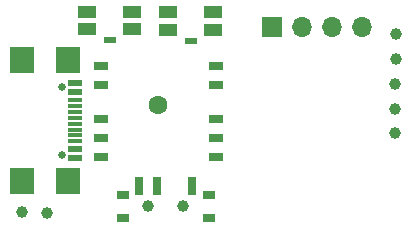
<source format=gbr>
%TF.GenerationSoftware,KiCad,Pcbnew,8.0.0*%
%TF.CreationDate,2024-03-12T22:02:49+01:00*%
%TF.ProjectId,projet s6,70726f6a-6574-4207-9336-2e6b69636164,rev?*%
%TF.SameCoordinates,Original*%
%TF.FileFunction,Soldermask,Bot*%
%TF.FilePolarity,Negative*%
%FSLAX46Y46*%
G04 Gerber Fmt 4.6, Leading zero omitted, Abs format (unit mm)*
G04 Created by KiCad (PCBNEW 8.0.0) date 2024-03-12 22:02:49*
%MOMM*%
%LPD*%
G01*
G04 APERTURE LIST*
%ADD10R,1.700000X1.700000*%
%ADD11O,1.700000X1.700000*%
%ADD12C,1.000000*%
%ADD13R,1.650000X1.050000*%
%ADD14R,1.100000X0.500000*%
%ADD15C,1.600000*%
%ADD16R,1.200000X0.800000*%
%ADD17R,0.700000X1.600000*%
%ADD18R,0.700000X1.500000*%
%ADD19R,1.000000X0.800000*%
%ADD20C,0.650000*%
%ADD21R,1.150000X0.600000*%
%ADD22R,1.150000X0.300000*%
%ADD23R,2.000000X2.180000*%
G04 APERTURE END LIST*
D10*
%TO.C,J2*%
X196150000Y-67250000D03*
D11*
X198690000Y-67250000D03*
X201230000Y-67250000D03*
X203770000Y-67250000D03*
%TD*%
D12*
%TO.C,TP5*%
X174910000Y-82900000D03*
%TD*%
%TO.C,TP9*%
X206550000Y-74140000D03*
%TD*%
%TO.C,TP11*%
X206570000Y-72030000D03*
%TD*%
%TO.C,TP7*%
X206570000Y-76240000D03*
%TD*%
%TO.C,TP8*%
X206590000Y-67840000D03*
%TD*%
%TO.C,TP1*%
X177040000Y-82950000D03*
%TD*%
%TO.C,TP10*%
X206610000Y-69910000D03*
%TD*%
D13*
%TO.C,SW1*%
X187300000Y-65990000D03*
D14*
X189225000Y-68415000D03*
D13*
X191150000Y-65990000D03*
X187300000Y-67440000D03*
X191150000Y-67440000D03*
%TD*%
D15*
%TO.C,PA1010D1*%
X186490000Y-73850000D03*
D16*
X191340000Y-70500000D03*
X191340000Y-72100000D03*
X191340000Y-75000000D03*
X191340000Y-76600000D03*
X191340000Y-78200000D03*
X181640000Y-78200000D03*
X181640000Y-76600000D03*
X181640000Y-75000000D03*
X181640000Y-72100000D03*
X181640000Y-70500000D03*
%TD*%
D12*
%TO.C,SW6*%
X188615000Y-82417500D03*
X185615000Y-82417500D03*
D17*
X184865000Y-80667500D03*
D18*
X186365000Y-80667500D03*
X189365000Y-80667500D03*
D19*
X190765000Y-83382500D03*
X190765000Y-81452500D03*
X183465000Y-83382500D03*
X183465000Y-81452500D03*
%TD*%
D13*
%TO.C,SW2*%
X180450000Y-65940000D03*
D14*
X182375000Y-68365000D03*
D13*
X184300000Y-65940000D03*
X180450000Y-67390000D03*
X184300000Y-67390000D03*
%TD*%
D20*
%TO.C,J1*%
X178345000Y-78045000D03*
X178345000Y-72265000D03*
D21*
X179420000Y-78355000D03*
X179420000Y-71955000D03*
X179420000Y-77555000D03*
X179420000Y-72755000D03*
D22*
X179420000Y-76405000D03*
X179420000Y-75405000D03*
X179420000Y-74905000D03*
X179420000Y-73905000D03*
X179420000Y-73405000D03*
X179420000Y-74405000D03*
X179420000Y-75905000D03*
X179420000Y-76905000D03*
D23*
X174915000Y-80265000D03*
X178845000Y-80265000D03*
X174915000Y-70045000D03*
X178845000Y-70045000D03*
%TD*%
M02*

</source>
